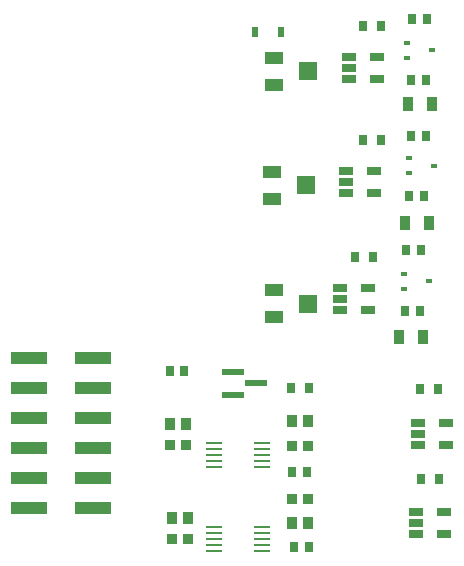
<source format=gtp>
G04*
G04 #@! TF.GenerationSoftware,Altium Limited,Altium Designer,20.2.4 (192)*
G04*
G04 Layer_Color=8421504*
%FSLAX25Y25*%
%MOIN*%
G70*
G04*
G04 #@! TF.SameCoordinates,916D3FFB-3ED2-40BB-BA98-F56BCE00B8A7*
G04*
G04*
G04 #@! TF.FilePolarity,Positive*
G04*
G01*
G75*
%ADD15O,0.05709X0.00984*%
%ADD16R,0.12205X0.03937*%
%ADD17R,0.02953X0.03347*%
%ADD18R,0.03150X0.03543*%
%ADD19R,0.03543X0.03937*%
%ADD20R,0.03347X0.03740*%
%ADD21R,0.02756X0.03347*%
%ADD22R,0.03765X0.04749*%
%ADD23R,0.02953X0.03543*%
%ADD24R,0.05118X0.02756*%
%ADD25R,0.02362X0.01575*%
%ADD26R,0.06299X0.06299*%
%ADD27R,0.06299X0.04331*%
%ADD28R,0.02480X0.03268*%
%ADD29R,0.07480X0.02362*%
D15*
X77028Y49937D02*
D03*
Y47969D02*
D03*
Y46000D02*
D03*
Y44032D02*
D03*
Y42063D02*
D03*
X92972Y49937D02*
D03*
Y47969D02*
D03*
Y46000D02*
D03*
Y44032D02*
D03*
Y42063D02*
D03*
X77028Y21937D02*
D03*
Y19969D02*
D03*
Y18000D02*
D03*
Y16032D02*
D03*
Y14063D02*
D03*
X92972Y21937D02*
D03*
Y19969D02*
D03*
Y18000D02*
D03*
Y16032D02*
D03*
Y14063D02*
D03*
D16*
X15370Y48500D02*
D03*
X36630D02*
D03*
X15370Y38500D02*
D03*
X36630D02*
D03*
X15370Y28500D02*
D03*
X36630D02*
D03*
Y58500D02*
D03*
X15370D02*
D03*
X36630Y68500D02*
D03*
Y78500D02*
D03*
X15370Y68500D02*
D03*
Y78500D02*
D03*
D17*
X102941Y40500D02*
D03*
X108059D02*
D03*
X140941Y114500D02*
D03*
X146059D02*
D03*
X142941Y191500D02*
D03*
X148059D02*
D03*
X108559Y15500D02*
D03*
X103441D02*
D03*
X142441Y152500D02*
D03*
X147559D02*
D03*
D18*
X145547Y68000D02*
D03*
X151453D02*
D03*
X146047Y38000D02*
D03*
X151953D02*
D03*
X126547Y151000D02*
D03*
X132453D02*
D03*
X124047Y112000D02*
D03*
X129953D02*
D03*
X126547Y189000D02*
D03*
X132453D02*
D03*
X108453Y68500D02*
D03*
X102547D02*
D03*
D19*
X62843Y25000D02*
D03*
X68157D02*
D03*
X108157Y57500D02*
D03*
X102843D02*
D03*
X108157Y23500D02*
D03*
X102843D02*
D03*
X62343Y56500D02*
D03*
X67657D02*
D03*
D20*
X68157Y18000D02*
D03*
X62843D02*
D03*
X102843Y49000D02*
D03*
X108157D02*
D03*
X67657Y49500D02*
D03*
X62343D02*
D03*
X102843Y31500D02*
D03*
X108157D02*
D03*
D21*
X145461Y94000D02*
D03*
X140539D02*
D03*
X146961Y132500D02*
D03*
X142039D02*
D03*
X147461Y171000D02*
D03*
X142539D02*
D03*
D22*
X146535Y85500D02*
D03*
X138465D02*
D03*
X149535Y163000D02*
D03*
X141465D02*
D03*
X148535Y123500D02*
D03*
X140465D02*
D03*
D23*
X62276Y74000D02*
D03*
X67000D02*
D03*
D24*
X154224Y56740D02*
D03*
Y49260D02*
D03*
X144776D02*
D03*
Y53000D02*
D03*
Y56740D02*
D03*
X120776Y140740D02*
D03*
Y137000D02*
D03*
Y133260D02*
D03*
X130224D02*
D03*
Y140740D02*
D03*
X121776Y178740D02*
D03*
Y175000D02*
D03*
Y171260D02*
D03*
X131224D02*
D03*
Y178740D02*
D03*
X153724Y27240D02*
D03*
Y19760D02*
D03*
X144276D02*
D03*
Y23500D02*
D03*
Y27240D02*
D03*
X118776Y101740D02*
D03*
Y98000D02*
D03*
Y94260D02*
D03*
X128224D02*
D03*
Y101740D02*
D03*
D25*
X148634Y104000D02*
D03*
X140366Y101441D02*
D03*
Y106559D02*
D03*
X150134Y142500D02*
D03*
X141866Y139941D02*
D03*
Y145059D02*
D03*
X149634Y181000D02*
D03*
X141366Y178441D02*
D03*
Y183559D02*
D03*
D26*
X107709Y136000D02*
D03*
X108209Y96500D02*
D03*
Y174000D02*
D03*
D27*
X96291Y131472D02*
D03*
Y140528D02*
D03*
X96791Y91972D02*
D03*
Y101028D02*
D03*
Y169472D02*
D03*
Y178528D02*
D03*
D28*
X90610Y187000D02*
D03*
X99390D02*
D03*
D29*
X90780Y70000D02*
D03*
X83220Y66220D02*
D03*
Y73780D02*
D03*
M02*

</source>
